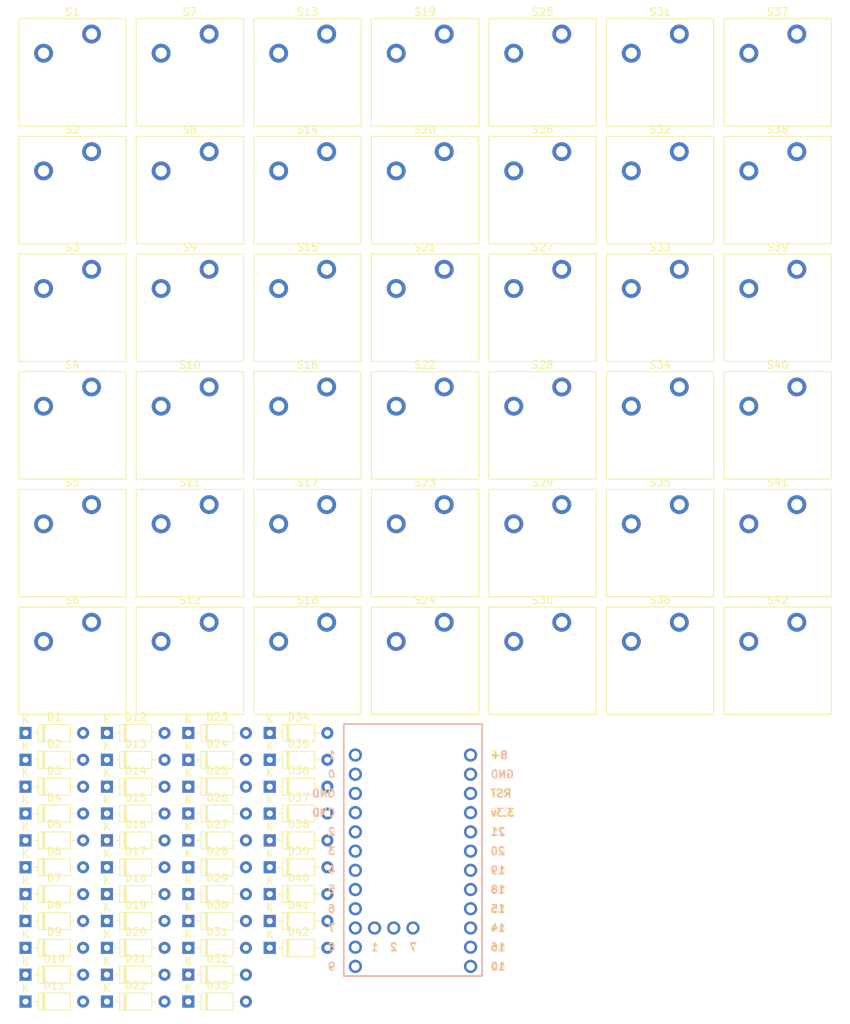
<source format=kicad_pcb>
(kicad_pcb (version 20240108) (generator "pcbnew") (generator_version "8.0")
  (layers (0 "F.Cu" signal) (31 "B.Cu" signal) (34 "B.Paste" user) (35 "F.Paste" user) (36 "B.SilkS" user "B.Silkscreen") (37 "F.SilkS" user "F.Silkscreen") (38 "B.Mask" user) (39 "F.Mask" user) (44 "Edge.Cuts" user))
  (net 0 "")
  (net 1 "ROW 0")
  (net 2 "Net-(D1-A)")
  (net 3 "Net-(D2-A)")
  (net 4 "Net-(D3-A)")
  (net 5 "Net-(D4-A)")
  (net 6 "Net-(D5-A)")
  (net 7 "Net-(D6-A)")
  (net 8 "Net-(D7-A)")
  (net 9 "Net-(D8-A)")
  (net 10 "ROW 1")
  (net 11 "Net-(D9-A)")
  (net 12 "Net-(D10-A)")
  (net 13 "Net-(D11-A)")
  (net 14 "Net-(D12-A)")
  (net 15 "Net-(D13-A)")
  (net 16 "Net-(D14-A)")
  (net 17 "Net-(D15-A)")
  (net 18 "ROW 2")
  (net 19 "Net-(D16-A)")
  (net 20 "Net-(D17-A)")
  (net 21 "Net-(D18-A)")
  (net 22 "Net-(D19-A)")
  (net 23 "Net-(D20-A)")
  (net 24 "Net-(D21-A)")
  (net 25 "ROW 3")
  (net 26 "Net-(D22-A)")
  (net 27 "Net-(D23-A)")
  (net 28 "Net-(D24-A)")
  (net 29 "Net-(D25-A)")
  (net 30 "Net-(D26-A)")
  (net 31 "Net-(D27-A)")
  (net 32 "Net-(D28-A)")
  (net 33 "Net-(D29-A)")
  (net 34 "ROW 4")
  (net 35 "Net-(D30-A)")
  (net 36 "Net-(D31-A)")
  (net 37 "Net-(D32-A)")
  (net 38 "Net-(D33-A)")
  (net 39 "Net-(D34-A)")
  (net 40 "Net-(D35-A)")
  (net 41 "ROW 5")
  (net 42 "Net-(D36-A)")
  (net 43 "Net-(D37-A)")
  (net 44 "Net-(D38-A)")
  (net 45 "Net-(D39-A)")
  (net 46 "Net-(D40-A)")
  (net 47 "Net-(D41-A)")
  (net 48 "Net-(D42-A)")
  (net 49 "COLUMN 0")
  (net 50 "COLUMN 1")
  (net 51 "COLUMN 2")
  (net 52 "COLUMN 3")
  (net 53 "COLUMN 4")
  (net 54 "COLUMN 5")
  (net 55 "COLUMN 6")
  (net 56 "GND")
  (net 57 "SDA")
  (net 58 "SLA")
  (net 61 "RAW")
  (net 65 "RST")
  (net 67 "VCC")
  (footprint "ScottoKeebs_MX:MX_PCB_1.00u" (layer "F.Cu") (at 110.32 75.9)
    (property "Reference" "S28" (at 0 -8 0) (layer "F.SilkS"))
    (property "Value" "Keyswitch")
    (pad "" np_thru_hole circle (at -5.08 0) (size 1.75 1.75) (drill 1.75) (layers "*.Cu" "*.Mask"))
    (pad "" np_thru_hole circle (at 0 0) (size 4 4) (drill 4) (layers "*.Cu" "*.Mask"))
    (pad "" np_thru_hole circle (at 5.08 0) (size 1.75 1.75) (drill 1.75) (layers "*.Cu" "*.Mask"))
    (pad "1" thru_hole circle (at -3.81 -2.54) (size 2.5 2.5) (drill 1.5) (layers "*.Cu" "*.Mask") (net 55 "COLUMN 6"))
    (pad "2" thru_hole circle (at 2.54 -5.08) (size 2.5 2.5) (drill 1.5) (layers "*.Cu" "*.Mask") (net 32 "Net-(D28-A)"))
  )
  (footprint "ScottoKeebs_Components:Diode_DO-35" (layer "F.Cu") (at 63.46 120.1)
    (property "Reference" "D24" (at 3.81 -2.12 0) (layer "F.SilkS"))
    (property "Value" "Diode")
    (fp_text user "K" (at 0 -1.8 0) (layer "F.SilkS"))
    (pad "1" thru_hole rect (at 0 0) (size 1.6 1.6) (drill 0.8) (layers "*.Cu" "*.Mask") (net 25 "ROW 3"))
    (pad "2" thru_hole oval (at 7.62 0) (size 1.6 1.6) (drill 0.8) (layers "*.Cu" "*.Mask") (net 28 "Net-(D24-A)"))
  )
  (footprint "ScottoKeebs_Components:Diode_DO-35" (layer "F.Cu") (at 52.69 141.4)
    (property "Reference" "D19" (at 3.81 -2.12 0) (layer "F.SilkS"))
    (property "Value" "Diode")
    (fp_text user "K" (at 0 -1.8 0) (layer "F.SilkS"))
    (pad "1" thru_hole rect (at 0 0) (size 1.6 1.6) (drill 0.8) (layers "*.Cu" "*.Mask") (net 18 "ROW 2"))
    (pad "2" thru_hole oval (at 7.62 0) (size 1.6 1.6) (drill 0.8) (layers "*.Cu" "*.Mask") (net 22 "Net-(D19-A)"))
  )
  (footprint "ScottoKeebs_Components:Diode_DO-35" (layer "F.Cu") (at 41.92 141.4)
    (property "Reference" "D8" (at 3.81 -2.12 0) (layer "F.SilkS"))
    (property "Value" "Diode")
    (fp_text user "K" (at 0 -1.8 0) (layer "F.SilkS"))
    (pad "1" thru_hole rect (at 0 0) (size 1.6 1.6) (drill 0.8) (layers "*.Cu" "*.Mask") (net 10 "ROW 1"))
    (pad "2" thru_hole oval (at 7.62 0) (size 1.6 1.6) (drill 0.8) (layers "*.Cu" "*.Mask") (net 9 "Net-(D8-A)"))
  )
  (footprint "ScottoKeebs_MX:MX_PCB_1.00u" (layer "F.Cu") (at 48.12 107)
    (property "Reference" "S6" (at 0 -8 0) (layer "F.SilkS"))
    (property "Value" "Keyswitch")
    (pad "" np_thru_hole circle (at -5.08 0) (size 1.75 1.75) (drill 1.75) (layers "*.Cu" "*.Mask"))
    (pad "" np_thru_hole circle (at 0 0) (size 4 4) (drill 4) (layers "*.Cu" "*.Mask"))
    (pad "" np_thru_hole circle (at 5.08 0) (size 1.75 1.75) (drill 1.75) (layers "*.Cu" "*.Mask"))
    (pad "1" thru_hole circle (at -3.81 -2.54) (size 2.5 2.5) (drill 1.5) (layers "*.Cu" "*.Mask") (net 54 "COLUMN 5"))
    (pad "2" thru_hole circle (at 2.54 -5.08) (size 2.5 2.5) (drill 1.5) (layers "*.Cu" "*.Mask") (net 7 "Net-(D6-A)"))
  )
  (footprint "ScottoKeebs_Components:Diode_DO-35" (layer "F.Cu") (at 74.23 127.2)
    (property "Reference" "D37" (at 3.81 -2.12 0) (layer "F.SilkS"))
    (property "Value" "Diode")
    (fp_text user "K" (at 0 -1.8 0) (layer "F.SilkS"))
    (pad "1" thru_hole rect (at 0 0) (size 1.6 1.6) (drill 0.8) (layers "*.Cu" "*.Mask") (net 41 "ROW 5"))
    (pad "2" thru_hole oval (at 7.62 0) (size 1.6 1.6) (drill 0.8) (layers "*.Cu" "*.Mask") (net 43 "Net-(D37-A)"))
  )
  (footprint "ScottoKeebs_Components:Diode_DO-35" (layer "F.Cu") (at 52.69 137.85)
    (property "Reference" "D18" (at 3.81 -2.12 0) (layer "F.SilkS"))
    (property "Value" "Diode")
    (fp_text user "K" (at 0 -1.8 0) (layer "F.SilkS"))
    (pad "1" thru_hole rect (at 0 0) (size 1.6 1.6) (drill 0.8) (layers "*.Cu" "*.Mask") (net 18 "ROW 2"))
    (pad "2" thru_hole oval (at 7.62 0) (size 1.6 1.6) (drill 0.8) (layers "*.Cu" "*.Mask") (net 21 "Net-(D18-A)"))
  )
  (footprint "ScottoKeebs_Components:Diode_DO-35" (layer "F.Cu") (at 52.69 152.05)
    (property "Reference" "D22" (at 3.81 -2.12 0) (layer "F.SilkS"))
    (property "Value" "Diode")
    (fp_text user "K" (at 0 -1.8 0) (layer "F.SilkS"))
    (pad "1" thru_hole rect (at 0 0) (size 1.6 1.6) (drill 0.8) (layers "*.Cu" "*.Mask") (net 25 "ROW 3"))
    (pad "2" thru_hole oval (at 7.62 0) (size 1.6 1.6) (drill 0.8) (layers "*.Cu" "*.Mask") (net 26 "Net-(D22-A)"))
  )
  (footprint "ScottoKeebs_MX:MX_PCB_1.00u" (layer "F.Cu") (at 94.77 29.25)
    (property "Reference" "S19" (at 0 -8 0) (layer "F.SilkS"))
    (property "Value" "Keyswitch")
    (pad "" np_thru_hole circle (at -5.08 0) (size 1.75 1.75) (drill 1.75) (layers "*.Cu" "*.Mask"))
    (pad "" np_thru_hole circle (at 0 0) (size 4 4) (drill 4) (layers "*.Cu" "*.Mask"))
    (pad "" np_thru_hole circle (at 5.08 0) (size 1.75 1.75) (drill 1.75) (layers "*.Cu" "*.Mask"))
    (pad "1" thru_hole circle (at -3.81 -2.54) (size 2.5 2.5) (drill 1.5) (layers "*.Cu" "*.Mask") (net 53 "COLUMN 4"))
    (pad "2" thru_hole circle (at 2.54 -5.08) (size 2.5 2.5) (drill 1.5) (layers "*.Cu" "*.Mask") (net 22 "Net-(D19-A)"))
  )
  (footprint "ScottoKeebs_Components:Diode_DO-35" (layer "F.Cu") (at 52.69 116.55)
    (property "Reference" "D12" (at 3.81 -2.12 0) (layer "F.SilkS"))
    (property "Value" "Diode")
    (fp_text user "K" (at 0 -1.8 0) (layer "F.SilkS"))
    (pad "1" thru_hole rect (at 0 0) (size 1.6 1.6) (drill 0.8) (layers "*.Cu" "*.Mask") (net 10 "ROW 1"))
    (pad "2" thru_hole oval (at 7.62 0) (size 1.6 1.6) (drill 0.8) (layers "*.Cu" "*.Mask") (net 14 "Net-(D12-A)"))
  )
  (footprint "ScottoKeebs_Components:Diode_DO-35" (layer "F.Cu") (at 41.92 144.95)
    (property "Reference" "D9" (at 3.81 -2.12 0) (layer "F.SilkS"))
    (property "Value" "Diode")
    (fp_text user "K" (at 0 -1.8 0) (layer "F.SilkS"))
    (pad "1" thru_hole rect (at 0 0) (size 1.6 1.6) (drill 0.8) (layers "*.Cu" "*.Mask") (net 10 "ROW 1"))
    (pad "2" thru_hole oval (at 7.62 0) (size 1.6 1.6) (drill 0.8) (layers "*.Cu" "*.Mask") (net 11 "Net-(D9-A)"))
  )
  (footprint "ScottoKeebs_Components:Diode_DO-35" (layer "F.Cu") (at 74.23 144.95)
    (property "Reference" "D42" (at 3.81 -2.12 0) (layer "F.SilkS"))
    (property "Value" "Diode")
    (fp_text user "K" (at 0 -1.8 0) (layer "F.SilkS"))
    (pad "1" thru_hole rect (at 0 0) (size 1.6 1.6) (drill 0.8) (layers "*.Cu" "*.Mask") (net 41 "ROW 5"))
    (pad "2" thru_hole oval (at 7.62 0) (size 1.6 1.6) (drill 0.8) (layers "*.Cu" "*.Mask") (net 48 "Net-(D42-A)"))
  )
  (footprint "ScottoKeebs_Components:Diode_DO-35" (layer "F.Cu") (at 41.92 120.1)
    (property "Reference" "D2" (at 3.81 -2.12 0) (layer "F.SilkS"))
    (property "Value" "Diode")
    (fp_text user "K" (at 0 -1.8 0) (layer "F.SilkS"))
    (pad "1" thru_hole rect (at 0 0) (size 1.6 1.6) (drill 0.8) (layers "*.Cu" "*.Mask") (net 1 "ROW 0"))
    (pad "2" thru_hole oval (at 7.62 0) (size 1.6 1.6) (drill 0.8) (layers "*.Cu" "*.Mask") (net 3 "Net-(D2-A)"))
  )
  (footprint "ScottoKeebs_MX:MX_PCB_1.00u" (layer "F.Cu") (at 110.32 29.25)
    (property "Reference" "S25" (at 0 -8 0) (layer "F.SilkS"))
    (property "Value" "Keyswitch")
    (pad "" np_thru_hole circle (at -5.08 0) (size 1.75 1.75) (drill 1.75) (layers "*.Cu" "*.Mask"))
    (pad "" np_thru_hole circle (at 0 0) (size 4 4) (drill 4) (layers "*.Cu" "*.Mask"))
    (pad "" np_thru_hole circle (at 5.08 0) (size 1.75 1.75) (drill 1.75) (layers "*.Cu" "*.Mask"))
    (pad "1" thru_hole circle (at -3.81 -2.54) (size 2.5 2.5) (drill 1.5) (layers "*.Cu" "*.Mask") (net 52 "COLUMN 3"))
    (pad "2" thru_hole circle (at 2.54 -5.08) (size 2.5 2.5) (drill 1.5) (layers "*.Cu" "*.Mask") (net 29 "Net-(D25-A)"))
  )
  (footprint "ScottoKeebs_Components:Diode_DO-35" (layer "F.Cu") (at 41.92 116.55)
    (property "Reference" "D1" (at 3.81 -2.12 0) (layer "F.SilkS"))
    (property "Value" "Diode")
    (fp_text user "K" (at 0 -1.8 0) (layer "F.SilkS"))
    (pad "1" thru_hole rect (at 0 0) (size 1.6 1.6) (drill 0.8) (layers "*.Cu" "*.Mask") (net 1 "ROW 0"))
    (pad "2" thru_hole oval (at 7.62 0) (size 1.6 1.6) (drill 0.8) (layers "*.Cu" "*.Mask") (net 2 "Net-(D1-A)"))
  )
  (footprint "ScottoKeebs_Components:Diode_DO-35" (layer "F.Cu") (at 63.46 123.65)
    (property "Reference" "D25" (at 3.81 -2.12 0) (layer "F.SilkS"))
    (property "Value" "Diode")
    (fp_text user "K" (at 0 -1.8 0) (layer "F.SilkS"))
    (pad "1" thru_hole rect (at 0 0) (size 1.6 1.6) (drill 0.8) (layers "*.Cu" "*.Mask") (net 25 "ROW 3"))
    (pad "2" thru_hole oval (at 7.62 0) (size 1.6 1.6) (drill 0.8) (layers "*.Cu" "*.Mask") (net 29 "Net-(D25-A)"))
  )
  (footprint "ScottoKeebs_Components:Diode_DO-35" (layer "F.Cu") (at 63.46 127.2)
    (property "Reference" "D26" (at 3.81 -2.12 0) (layer "F.SilkS"))
    (property "Value" "Diode")
    (fp_text user "K" (at 0 -1.8 0) (layer "F.SilkS"))
    (pad "1" thru_hole rect (at 0 0) (size 1.6 1.6) (drill 0.8) (layers "*.Cu" "*.Mask") (net 25 "ROW 3"))
    (pad "2" thru_hole oval (at 7.62 0) (size 1.6 1.6) (drill 0.8) (layers "*.Cu" "*.Mask") (net 30 "Net-(D26-A)"))
  )
  (footprint "ScottoKeebs_MX:MX_PCB_1.00u" (layer "F.Cu") (at 63.67 107)
    (property "Reference" "S12" (at 0 -8 0) (layer "F.SilkS"))
    (property "Value" "Keyswitch")
    (pad "" np_thru_hole circle (at -5.08 0) (size 1.75 1.75) (drill 1.75) (layers "*.Cu" "*.Mask"))
    (pad "" np_thru_hole circle (at 0 0) (size 4 4) (drill 4) (layers "*.Cu" "*.Mask"))
    (pad "" np_thru_hole circle (at 5.08 0) (size 1.75 1.75) (drill 1.75) (layers "*.Cu" "*.Mask"))
    (pad "1" thru_hole circle (at -3.81 -2.54) (size 2.5 2.5) (drill 1.5) (layers "*.Cu" "*.Mask") (net 53 "COLUMN 4"))
    (pad "2" thru_hole circle (at 2.54 -5.08) (size 2.5 2.5) (drill 1.5) (layers "*.Cu" "*.Mask") (net 14 "Net-(D12-A)"))
  )
  (footprint "ScottoKeebs_MX:MX_PCB_1.00u" (layer "F.Cu") (at 94.77 107)
    (property "Reference" "S24" (at 0 -8 0) (layer "F.SilkS"))
    (property "Value" "Keyswitch")
    (pad "" np_thru_hole circle (at -5.08 0) (size 1.75 1.75) (drill 1.75) (layers "*.Cu" "*.Mask"))
    (pad "" np_thru_hole circle (at 0 0) (size 4 4) (drill 4) (layers "*.Cu" "*.Mask"))
    (pad "" np_thru_hole circle (at 5.08 0) (size 1.75 1.75) (drill 1.75) (layers "*.Cu" "*.Mask"))
    (pad "1" thru_hole circle (at -3.81 -2.54) (size 2.5 2.5) (drill 1.5) (layers "*.Cu" "*.Mask") (net 51 "COLUMN 2"))
    (pad "2" thru_hole circle (at 2.54 -5.08) (size 2.5 2.5) (drill 1.5) (layers "*.Cu" "*.Mask") (net 28 "Net-(D24-A)"))
  )
  (footprint "ScottoKeebs_MX:MX_PCB_1.00u" (layer "F.Cu") (at 48.12 44.8)
    (property "Reference" "S2" (at 0 -8 0) (layer "F.SilkS"))
    (property "Value" "Keyswitch")
    (pad "" np_thru_hole circle (at -5.08 0) (size 1.75 1.75) (drill 1.75) (layers "*.Cu" "*.Mask"))
    (pad "" np_thru_hole circle (at 0 0) (size 4 4) (drill 4) (layers "*.Cu" "*.Mask"))
    (pad "" np_thru_hole circle (at 5.08 0) (size 1.75 1.75) (drill 1.75) (layers "*.Cu" "*.Mask"))
    (pad "1" thru_hole circle (at -3.81 -2.54) (size 2.5 2.5) (drill 1.5) (layers "*.Cu" "*.Mask") (net 50 "COLUMN 1"))
    (pad "2" thru_hole circle (at 2.54 -5.08) (size 2.5 2.5) (drill 1.5) (layers "*.Cu" "*.Mask") (net 3 "Net-(D2-A)"))
  )
  (footprint "ScottoKeebs_MX:MX_PCB_1.00u" (layer "F.Cu") (at 110.32 60.35)
    (property "Reference" "S27" (at 0 -8 0) (layer "F.SilkS"))
    (property "Value" "Keyswitch")
    (pad "" np_thru_hole circle (at -5.08 0) (size 1.75 1.75) (drill 1.75) (layers "*.Cu" "*.Mask"))
    (pad "" np_thru_hole circle (at 0 0) (size 4 4) (drill 4) (layers "*.Cu" "*.Mask"))
    (pad "" np_thru_hole circle (at 5.08 0) (size 1.75 1.75) (drill 1.75) (layers "*.Cu" "*.Mask"))
    (pad "1" thru_hole circle (at -3.81 -2.54) (size 2.5 2.5) (drill 1.5) (layers "*.Cu" "*.Mask") (net 54 "COLUMN 5"))
    (pad "2" thru_hole circle (at 2.54 -5.08) (size 2.5 2.5) (drill 1.5) (layers "*.Cu" "*.Mask") (net 31 "Net-(D27-A)"))
  )
  (footprint "ScottoKeebs_MX:MX_PCB_1.00u" (layer "F.Cu") (at 125.87 44.8)
    (property "Reference" "S32" (at 0 -8 0) (layer "F.SilkS"))
    (property "Value" "Keyswitch")
    (pad "" np_thru_hole circle (at -5.08 0) (size 1.75 1.75) (drill 1.75) (layers "*.Cu" "*.Mask"))
    (pad "" np_thru_hole circle (at 0 0) (size 4 4) (drill 4) (layers "*.Cu" "*.Mask"))
    (pad "" np_thru_hole circle (at 5.08 0) (size 1.75 1.75) (drill 1.75) (layers "*.Cu" "*.Mask"))
    (pad "1" thru_hole circle (at -3.81 -2.54) (size 2.5 2.5) (drill 1.5) (layers "*.Cu" "*.Mask") (net 52 "COLUMN 3"))
    (pad "2" thru_hole circle (at 2.54 -5.08) (size 2.5 2.5) (drill 1.5) (layers "*.Cu" "*.Mask") (net 37 "Net-(D32-A)"))
  )
  (footprint "ScottoKeebs_MX:MX_PCB_1.00u" (layer "F.Cu") (at 63.67 91.45)
    (property "Reference" "S11" (at 0 -8 0) (layer "F.SilkS"))
    (property "Value" "Keyswitch")
    (pad "" np_thru_hole circle (at -5.08 0) (size 1.75 1.75) (drill 1.75) (layers "*.Cu" "*.Mask"))
    (pad "" np_thru_hole circle (at 0 0) (size 4 4) (drill 4) (layers "*.Cu" "*.Mask"))
    (pad "" np_thru_hole circle (at 5.08 0) (size 1.75 1.75) (drill 1.75) (layers "*.Cu" "*.Mask"))
    (pad "1" thru_hole circle (at -3.81 -2.54) (size 2.5 2.5) (drill 1.5) (layers "*.Cu" "*.Mask") (net 52 "COLUMN 3"))
    (pad "2" thru_hole circle (at 2.54 -5.08) (size 2.5 2.5) (drill 1.5) (layers "*.Cu" "*.Mask") (net 13 "Net-(D11-A)"))
  )
  (footprint "ScottoKeebs_MX:MX_PCB_1.00u" (layer "F.Cu") (at 79.22 91.45)
    (property "Reference" "S17" (at 0 -8 0) (layer "F.SilkS"))
    (property "Value" "Keyswitch")
    (pad "" np_thru_hole circle (at -5.08 0) (size 1.75 1.75) (drill 1.75) (layers "*.Cu" "*.Mask"))
    (pad "" np_thru_hole circle (at 0 0) (size 4 4) (drill 4) (layers "*.Cu" "*.Mask"))
    (pad "" np_thru_hole circle (at 5.08 0) (size 1.75 1.75) (drill 1.75) (layers "*.Cu" "*.Mask"))
    (pad "1" thru_hole circle (at -3.81 -2.54) (size 2.5 2.5) (drill 1.5) (layers "*.Cu" "*.Mask") (net 51 "COLUMN 2"))
    (pad "2" thru_hole circle (at 2.54 -5.08) (size 2.5 2.5) (drill 1.5) (layers "*.Cu" "*.Mask") (net 20 "Net-(D17-A)"))
  )
  (footprint "ScottoKeebs_MX:MX_PCB_1.00u" (layer "F.Cu") (at 48.12 29.25)
    (property "Reference" "S1" (at 0 -8 0) (layer "F.SilkS"))
    (property "Value" "Keyswitch")
    (pad "" np_thru_hole circle (at -5.08 0) (size 1.75 1.75) (drill 1.75) (layers "*.Cu" "*.Mask"))
    (pad "" np_thru_hole circle (at 0 0) (size 4 4) (drill 4) (layers "*.Cu" "*.Mask"))
    (pad "" np_thru_hole circle (at 5.08 0) (size 1.75 1.75) (drill 1.75) (layers "*.Cu" "*.Mask"))
    (pad "1" thru_hole circle (at -3.81 -2.54) (size 2.5 2.5) (drill 1.5) (layers "*.Cu" "*.Mask") (net 49 "COLUMN 0"))
    (pad "2" thru_hole circle (at 2.54 -5.08) (size 2.5 2.5) (drill 1.5) (layers "*.Cu" "*.Mask") (net 2 "Net-(D1-A)"))
  )
  (footprint "ScottoKeebs_Components:Diode_DO-35" (layer "F.Cu") (at 74.23 137.85)
    (property "Reference" "D40" (at 3.81 -2.12 0) (layer "F.SilkS"))
    (property "Value" "Diode")
    (fp_text user "K" (at 0 -1.8 0) (layer "F.SilkS"))
    (pad "1" thru_hole rect (at 0 0) (size 1.6 1.6) (drill 0.8) (layers "*.Cu" "*.Mask") (net 41 "ROW 5"))
    (pad "2" thru_hole oval (at 7.62 0) (size 1.6 1.6) (drill 0.8) (layers "*.Cu" "*.Mask") (net 46 "Net-(D40-A)"))
  )
  (footprint "ScottoKeebs_MX:MX_PCB_1.00u" (layer "F.Cu") (at 94.77 75.9)
    (property "Reference" "S22" (at 0 -8 0) (layer "F.SilkS"))
    (property "Value" "Keyswitch")
    (pad "" np_thru_hole circle (at -5.08 0) (size 1.75 1.75) (drill 1.75) (layers "*.Cu" "*.Mask"))
    (pad "" np_thru_hole circle (at 0 0) (size 4 4) (drill 4) (layers "*.Cu" "*.Mask"))
    (pad "" np_thru_hole circle (at 5.08 0) (size 1.75 1.75) (drill 1.75) (layers "*.Cu" "*.Mask"))
    (pad "1" thru_hole circle (at -3.81 -2.54) (size 2.5 2.5) (drill 1.5) (layers "*.Cu" "*.Mask") (net 49 "COLUMN 0"))
    (pad "2" thru_hole circle (at 2.54 -5.08) (size 2.5 2.5) (drill 1.5) (layers "*.Cu" "*.Mask") (net 26 "Net-(D22-A)"))
  )
  (footprint "ScottoKeebs_Components:Diode_DO-35" (layer "F.Cu") (at 74.23 120.1)
    (property "Reference" "D35" (at 3.81 -2.12 0) (layer "F.SilkS"))
    (property "Value" "Diode")
    (fp_text user "K" (at 0 -1.8 0) (layer "F.SilkS"))
    (pad "1" thru_hole rect (at 0 0) (size 1.6 1.6) (drill 0.8) (layers "*.Cu" "*.Mask") (net 34 "ROW 4"))
    (pad "2" thru_hole oval (at 7.62 0) (size 1.6 1.6) (drill 0.8) (layers "*.Cu" "*.Mask") (net 40 "Net-(D35-A)"))
  )
  (footprint "ScottoKeebs_Components:Diode_DO-35" (layer "F.Cu") (at 52.69 127.2)
    (property "Reference" "D15" (at 3.81 -2.12 0) (layer "F.SilkS"))
    (property "Value" "Diode")
    (fp_text user "K" (at 0 -1.8 0) (layer "F.SilkS"))
    (pad "1" thru_hole rect (at 0 0) (size 1.6 1.6) (drill 0.8) (layers "*.Cu" "*.Mask") (net 18 "ROW 2"))
    (pad "2" thru_hole oval (at 7.62 0) (size 1.6 1.6) (drill 0.8) (layers "*.Cu" "*.Mask") (net 17 "Net-(D15-A)"))
  )
  (footprint "ScottoKeebs_MX:MX_PCB_1.00u" (layer "F.Cu") (at 79.22 107)
    (property "Reference" "S18" (at 0 -8 0) (layer "F.SilkS"))
    (property "Value" "Keyswitch")
    (pad "" np_thru_hole circle (at -5.08 0) (size 1.75 1.75) (drill 1.75) (layers "*.Cu" "*.Mask"))
    (pad "" np_thru_hole circle (at 0 0) (size 4 4) (drill 4) (layers "*.Cu" "*.Mask"))
    (pad "" np_thru_hole circle (at 5.08 0) (size 1.75 1.75) (drill 1.75) (layers "*.Cu" "*.Mask"))
    (pad "1" thru_hole circle (at -3.81 -2.54) (size 2.5 2.5) (drill 1.5) (layers "*.Cu" "*.Mask") (net 52 "COLUMN 3"))
    (pad "2" thru_hole circle (at 2.54 -5.08) (size 2.5 2.5) (drill 1.5) (layers "*.Cu" "*.Mask") (net 21 "Net-(D18-A)"))
  )
  (footprint "ScottoKeebs_Components:Diode_DO-35" (layer "F.Cu") (at 52.69 134.3)
    (property "Reference" "D17" (at 3.81 -2.12 0) (layer "F.SilkS"))
    (property "Value" "Diode")
    (fp_text user "K" (at 0 -1.8 0) (layer "F.SilkS"))
    (pad "1" thru_hole rect (at 0 0) (size 1.6 1.6) (drill 0.8) (layers "*.Cu" "*.Mask") (net 18 "ROW 2"))
    (pad "2" thru_hole oval (at 7.62 0) (size 1.6 1.6) (drill 0.8) (layers "*.Cu" "*.Mask") (net 20 "Net-(D17-A)"))
  )
  (footprint "ScottoKeebs_MX:MX_PCB_1.00u" (layer "F.Cu") (at 94.77 91.45)
    (property "Reference" "S23" (at 0 -8 0) (layer "F.SilkS"))
    (property "Value" "Keyswitch")
    (pad "" np_thru_hole circle (at -5.08 0) (size 1.75 1.75) (drill 1.75) (layers "*.Cu" "*.Mask"))
    (pad "" np_thru_hole circle (at 0 0) (size 4 4) (drill 4) (layers "*.Cu" "*.Mask"))
    (pad "" np_thru_hole circle (at 5.08 0) (size 1.75 1.75) (drill 1.75) (layers "*.Cu" "*.Mask"))
    (pad "1" thru_hole circle (at -3.81 -2.54) (size 2.5 2.5) (drill 1.5) (layers "*.Cu" "*.Mask") (net 50 "COLUMN 1"))
    (pad "2" thru_hole circle (at 2.54 -5.08) (size 2.5 2.5) (drill 1.5) (layers "*.Cu" "*.Mask") (net 27 "Net-(D23-A)"))
  )
  (footprint "ScottoKeebs_MX:MX_PCB_1.00u" (layer "F.Cu") (at 48.12 60.35)
    (property "Reference" "S3" (at 0 -8 0) (layer "F.SilkS"))
    (property "Value" "Keyswitch")
    (pad "" np_thru_hole circle (at -5.08 0) (size 1.75 1.75) (drill 1.75) (layers "*.Cu" "*.Mask"))
    (pad "" np_thru_hole circle (at 0 0) (size 4 4) (drill 4) (layers "*.Cu" "*.Mask"))
    (pad "" np_thru_hole circle (at 5.08 0) (size 1.75 1.75) (drill 1.75) (layers "*.Cu" "*.Mask"))
    (pad "1" thru_hole circle (at -3.81 -2.54) (size 2.5 2.5) (drill 1.5) (layers "*.Cu" "*.Mask") (net 51 "COLUMN 2"))
    (pad "2" thru_hole circle (at 2.54 -5.08) (size 2.5 2.5) (drill 1.5) (layers "*.Cu" "*.Mask") (net 4 "Net-(D3-A)"))
  )
  (footprint "ScottoKeebs_MX:MX_PCB_1.00u" (layer "F.Cu") (at 141.42 91.45)
    (property "Reference" "S41" (at 0 -8 0) (layer "F.SilkS"))
    (property "Value" "Keyswitch")
    (pad "" np_thru_hole circle (at -5.08 0) (size 1.75 1.75) (drill 1.75) (layers "*.Cu" "*.Mask"))
    (pad "" np_thru_hole circle (at 0 0) (size 4 4) (drill 4) (layers "*.Cu" "*.Mask"))
    (pad "" np_thru_hole circle (at 5.08 0) (size 1.75 1.75) (drill 1.75) (layers "*.Cu" "*.Mask"))
    (pad "1" thru_hole circle (at -3.81 -2.54) (size 2.5 2.5) (drill 1.5) (layers "*.Cu" "*.Mask") (net 54 "COLUMN 5"))
    (pad "2" thru_hole circle (at 2.54 -5.08) (size 2.5 2.5) (drill 1.5) (layers "*.Cu" "*.Mask") (net 47 "Net-(D41-A)"))
  )
  (footprint "ScottoKeebs_Components:Diode_DO-35" (layer "F.Cu") (at 63.46 141.4)
    (property "Reference" "D30" (at 3.81 -2.12 0) (layer "F.SilkS"))
    (property "Value" "Diode")
    (fp_text user "K" (at 0 -1.8 0) (layer "F.SilkS"))
    (pad "1" thru_hole rect (at 0 0) (size 1.6 1.6) (drill 0.8) (layers "*.Cu" "*.Mask") (net 34 "ROW 4"))
    (pad "2" thru_hole oval (at 7.62 0) (size 1.6 1.6) (drill 0.8) (layers "*.Cu" "*.Mask") (net 35 "Net-(D30-A)"))
  )
  (footprint "ScottoKeebs_Components:Diode_DO-35" (layer "F.Cu") (at 74.23 116.55)
    (property "Reference" "D34" (at 3.81 -2.12 0) (layer "F.SilkS"))
    (property "Value" "Diode")
    (fp_text user "K" (at 0 -1.8 0) (layer "F.SilkS"))
    (pad "1" thru_hole rect (at 0 0) (size 1.6 1.6) (drill 0.8) (layers "*.Cu" "*.Mask") (net 34 "ROW 4"))
    (pad "2" thru_hole oval (at 7.62 0) (size 1.6 1.6) (drill 0.8) (layers "*.Cu" "*.Mask") (net 39 "Net-(D34-A)"))
  )
  (footprint "ScottoKeebs_MX:MX_PCB_1.00u" (layer "F.Cu") (at 48.12 91.45)
    (property "Reference" "S5" (at 0 -8 0) (layer "F.SilkS"))
    (property "Value" "Keyswitch")
    (pad "" np_thru_hole circle (at -5.08 0) (size 1.75 1.75) (drill 1.75) (layers "*.Cu" "*.Mask"))
    (pad "" np_thru_hole circle (at 0 0) (size 4 4) (drill 4) (layers "*.Cu" "*.Mask"))
    (pad "" np_thru_hole circle (at 5.08 0) (size 1.75 1.75) (drill 1.75) (layers "*.Cu" "*.Mask"))
    (pad "1" thru_hole circle (at -3.81 -2.54) (size 2.5 2.5) (drill 1.5) (layers "*.Cu" "*.Mask") (net 53 "COLUMN 4"))
    (pad "2" thru_hole circle (at 2.54 -5.08) (size 2.5 2.5) (drill 1.5) (layers "*.Cu" "*.Mask") (net 6 "Net-(D5-A)"))
  )
  (footprint "ScottoKeebs_MX:MX_PCB_1.00u" (layer "F.Cu") (at 63.67 29.25)
    (property "Reference" "S7" (at 0 -8 0) (layer "F.SilkS"))
    (property "Value" "Keyswitch")
    (pad "" np_thru_hole circle (at -5.08 0) (size 1.75 1.75) (drill 1.75) (layers "*.Cu" "*.Mask"))
    (pad "" np_thru_hole circle (at 0 0) (size 4 4) (drill 4) (layers "*.Cu" "*.Mask"))
    (pad "" np_thru_hole circle (at 5.08 0) (size 1.75 1.75) (drill 1.75) (layers "*.Cu" "*.Mask"))
    (pad "1" thru_hole circle (at -3.81 -2.54) (size 2.5 2.5) (drill 1.5) (layers "*.Cu" "*.Mask") (net 55 "COLUMN 6"))
    (pad "2" thru_hole circle (at 2.54 -5.08) (size 2.5 2.5) (drill 1.5) (layers "*.Cu" "*.Mask") (net 8 "Net-(D7-A)"))
  )
  (footprint "ScottoKeebs_Components:Diode_DO-35" (layer "F.Cu") (at 74.23 134.3)
    (property "Reference" "D39" (at 3.81 -2.12 0) (layer "F.SilkS"))
    (property "Value" "Diode")
    (fp_text user "K" (at 0 -1.8 0) (layer "F.SilkS"))
    (pad "1" thru_hole rect (at 0 0) (size 1.6 1.6) (drill 0.8) (layers "*.Cu" "*.Mask") (net 41 "ROW 5"))
    (pad "2" thru_hole oval (at 7.62 0) (size 1.6 1.6) (drill 0.8) (layers "*.Cu" "*.Mask") (net 45 "Net-(D39-A)"))
  )
  (footprint "ScottoKeebs_MX:MX_PCB_1.00u" (layer "F.Cu") (at 110.32 44.8)
    (property "Reference" "S26" (at 0 -8 0) (layer "F.SilkS"))
    (property "Value" "Keyswitch")
    (pad "" np_thru_hole circle (at -5.08 0) (size 1.75 1.75) (drill 1.75) (layers "*.Cu" "*.Mask"))
    (pad "" np_thru_hole circle (at 0 0) (size 4 4) (drill 4) (layers "*.Cu" "*.Mask"))
    (pad "" np_thru_hole circle (at 5.08 0) (size 1.75 1.75) (drill 1.75) (layers "*.Cu" "*.Mask"))
    (pad "1" thru_hole circle (at -3.81 -2.54) (size 2.5 2.5) (drill 1.5) (layers "*.Cu" "*.Mask") (net 53 "COLUMN 4"))
    (pad "2" thru_hole circle (at 2.54 -5.08) (size 2.5 2.5) (drill 1.5) (layers "*.Cu" "*.Mask") (net 30 "Net-(D26-A)"))
  )
  (footprint "ScottoKeebs_MCU:Nice_Nano_V2" (layer "F.Cu") (at 93.175 133.155)
    (property "Reference" "U1" (hide yes))
    (property "Value" "Nice_Nano_V2" (hide yes))
    (fp_text user "3.3v" (at 10.16 -6.07 0) (layer "B.SilkS") (effects (font (thickness 0.2) (bold yes)) (justify right mirror)))
    (fp_text user "1" (at -10.16 -13.69 0) (layer "B.SilkS") (effects (font (thickness 0.2) (bold yes)) (justify left mirror)))
    (fp_text user "2" (at -2.54 11.71 0) (layer "B.SilkS") (effects (font (thickness 0.2) (bold yes)) (justify mirror)))
    (fp_text user "14" (at 10.16 9.17 0) (layer "B.SilkS") (effects (font (thickness 0.2) (bold yes)) (justify right mirror)))
    (fp_text user "20" (at 10.16 -0.99 0) (layer "B.SilkS") (effects (font (thickness 0.2) (bold yes)) (justify right mirror)))
    (fp_text user "16" (at 10.16 11.71 0) (layer "B.SilkS") (effects (font (thickness 0.2) (bold yes)) (justify right mirror)))
    (fp_text user "GND" (at -10.16 -8.61 0) (layer "B.SilkS") (effects (font (thickness 0.2) (bold yes)) (justify left mirror)))
    (fp_text user "8" (at -10.16 11.71 0) (layer "B.SilkS") (effects (font (thickness 0.2) (bold yes)) (justify left mirror)))
    (fp_text user "10" (at 10.16 14.25 0) (layer "B.SilkS") (effects (font (thickness 0.2) (bold yes)) (justify right mirror)))
    (fp_text user "GND" (at 10.16 -11.15 0) (layer "B.SilkS") (effects (font (thickness 0.2) (bold yes)) (justify right mirror)))
    (fp_text user "3" (at -10.16 -0.99 0) (layer "B.SilkS") (effects (font (thickness 0.2) (bold yes)) (justify left mirror)))
    (fp_text user "7" (at 0 11.709998 0) (layer "B.SilkS") (effects (font (thickness 0.2) (bold yes)) (justify mirror)))
    (fp_text user "4" (at -10.16 1.55 0) (layer "B.SilkS") (effects (font (thickness 0.2) (bold yes)) (justify left mirror)))
    (fp_text user "19" (at 10.16 1.55 0) (layer "B.SilkS") (effects (font (thickness 0.2) (bold yes)) (justify right mirror)))
    (fp_text user "21" (at 10.16 -3.53 0) (layer "B.SilkS") (effects (font (thickness 0.2) (bold yes)) (justify right mirror)))
    (fp_text user "15" (at 10.16 6.63 0) (layer "B.SilkS") (effects (font (thickness 0.2) (bold yes)) (justify right mirror)))
    (fp_text user "5" (at -10.16 4.09 0) (layer "B.SilkS") (effects (font (thickness 0.2) (bold yes)) (justify left mirror)))
    (fp_text user "7" (at -10.16 9.17 0) (layer "B.SilkS") (effects (font (thickness 0.2) (bold yes)) (justify left mirror)))
    (fp_text user "RST" (at 10.16 -8.61 0) (layer "B.SilkS") (effects (font (thickness 0.2) (bold yes)) (justify right mirror)))
    (fp_text user "B+" (at 10.16 -13.69 0) (layer "B.SilkS") (effects (font (thickness 0.2) (bold yes)) (justify right mirror)))
    (fp_text user "0" (at -10.16 -11.15 0) (layer "B.SilkS") (effects (font (thickness 0.2) (bold yes)) (justify left mirror)))
    (fp_text user "1" (at -5.08 11.71 0) (layer "B.SilkS") (effects (font (thickness 0.2) (bold yes)) (justify mirror)))
    (fp_text user "18" (at 10.16 4.09 0) (layer "B.SilkS") (effects (font (thickness 0.2) (bold yes)) (justify right mirror)))
    (fp_text user "6" (at -10.16 6.63 0) (layer "B.SilkS") (effects (font (thickness 0.2) (bold yes)) (justify left mirror)))
    (fp_text user "GND" (at -10.16 -6.07 0) (layer "B.SilkS") (effects (font (thickness 0.2) (bold yes)) (justify left mirror)))
    (fp_text user "2" (at -10.16 -3.53 0) (layer "B.SilkS") (effects (font (thickness 0.2) (bold yes)) (justify left mirror)))
    (fp_text user "9" (at -10.16 14.25 0) (layer "B.SilkS") (effects (font (thickness 0.2) (bold yes)) (justify left mirror)))
    (fp_text user "3.3v" (at 10.16 -6.07 0) (layer "F.SilkS") (effects (font (thickness 0.2) (bold yes)) (justify left)))
    (fp_text user "18" (at 10.16 4.09 0) (layer "F.SilkS") (effects (font (thickness 0.2) (bold yes)) (justify left)))
    (fp_text user "B+" (at 10.16 -13.69 0) (layer "F.SilkS") (effects (font (thickness 0.2) (bold yes)) (justify left)))
    (fp_text user "2" (at -2.54 11.71 0) (layer "F.SilkS") (effects (font (thickness 0.2) (bold yes))))
    (fp_text user "1" (at -10.16 -13.69 0) (layer "F.SilkS") (effects (font (thickness 0.2) (bold yes)) (justify right)))
    (fp_text user "2" (at -10.16 -3.53 0) (layer "F.SilkS") (effects (font (thickness 0.2) (bold yes)) (justify right)))
    (fp_text user "7" (at -10.16 9.17 0) (layer "F.SilkS") (effects (font (thickness 0.2) (bold yes)) (justify right)))
    (fp_text user "6" (at -10.16 6.63 0) (layer "F.SilkS") (effects (font (thickness 0.2) (bold yes)) (justify right)))
    (fp_text user "GND" (at -10.16 -6.07 0) (layer "F.SilkS") (effects (font (thickness 0.2) (bold yes)) (justify right)))
    (fp_text user "14" (at 10.16 9.17 0) (layer "F.SilkS") (effects (font (thickness 0.2) (bold yes)) (justify left)))
    (fp_text user "GND" (at 10.16 -11.15 0) (layer "F.SilkS") (effects (font (thickness 0.2) (bold yes)) (justify left)))
    (fp_text user "21" (at 10.16 -3.53 0) (layer "F.SilkS") (effects (font (thickness 0.2) (bold yes)) (justify left)))
    (fp_text user "3" (at -10.16 -0.99 0) (layer "F.SilkS") (effects (font (thickness 0.2) (bold yes)) (justify right)))
    (fp_text user "7" (at 0 11.709998 0) (layer "F.SilkS") (effects (font (thickness 0.2) (bold yes))))
    (fp_text user "GND" (at -10.16 -8.61 0) (layer "F.SilkS") (effects (font (thickness 0.2) (bold yes)) (justify right)))
    (fp_text user "20" (at 10.16 -0.99 0) (layer "F.SilkS") (effects (font (thickness 0.2) (bold yes)) (justify left)))
    (fp_text user "16" (at 10.16 11.71 0) (layer "F.SilkS") (effects (font (thickness 0.2) (bold yes)) (justify left)))
    (fp_text user "0" (at -10.16 -11.15 0) (layer "F.SilkS") (effects (font (thickness 0.2) (bold yes)) (justify right)))
    (fp_text user "9" (at -10.16 14.25 0) (layer "F.SilkS") (effects (font (thickness 0.2) (bold yes)) (justify right)))
    (fp_text user "19" (at 10.16 1.55 0) (layer "F.SilkS") (effects (font (thickness 0.2) (bold yes)) (justify left)))
    (fp_text user "4" (at -10.16 1.55 0) (layer "F.SilkS") (effects (font (thickness 0.2) (bold yes)) (justify right)))
    (fp_text user "RST" (at 10.16 -8.61 0) (layer "F.SilkS") (effects (font (thickness 0.2) (bold yes)) (justify left)))
    (fp_text user "5" (at -10.16 4.09 0) (layer "F.SilkS") (effects (font (thickness 0.2) (bold yes)) (justify right)))
    (fp_text user "10" (at 10.16 14.25 0) (layer "F.SilkS") (effects (font (thickness 0.2) (bold yes)) (justify left)))
    (fp_text user "8" (at -10.16 11.71 0) (layer "F.SilkS") (effects (font (thickness 0.2) (bold yes)) (justify right)))
    (fp_text user "15" (at 10.16 6.63 0) (layer "F.SilkS") (effects (font (thickness 0.2) (bold yes)) (justify left)))
    (fp_text user "1" (at -5.08 11.71 0) (layer "F.SilkS") (effects (font (thickness 0.2) (bold yes))))
    (pad "1" thru_hole circle (at -7.62 -13.69 270) (size 1.7526 1.7526) (drill 1.0922) (layers "*.Cu" "*.Mask"))
    (pad "2" thru_hole circle (at -7.62 -11.15 270) (size 1.7526 1.7526) (drill 1.0922) (layers "*.Cu" "*.Mask"))
    (pad "3" thru_hole circle (at -7.62 -8.61 270) (size 1.7526 1.7526) (drill 1.0922) (layers "*.Cu" "*.Mask") (net 56 "GND"))
    (pad "4" thru_hole circle (at -7.62 -6.07 270) (size 1.7526 1.7526) (drill 1.0922) (layers "*.Cu" "*.Mask") (net 56 "GND"))
    (pad "5" thru_hole circle (at -7.62 -3.53 270) (size 1.7526 1.7526) (drill 1.0922) (layers "*.Cu" "*.Mask") (net 49 "COLUMN 0"))
    (pad "6" thru_hole circle (at -7.62 -0.99 270) (size 1.7526 1.7526) (drill 1.0922) (layers "*.Cu" "*.Mask") (net 50 "COLUMN 1"))
    (pad "7" thru_hole circle (at -7.62 1.55 270) (size 1.7526 1.7526) (drill 1.0922) (layers "*.Cu" "*.Mask") (net 51 "COLUMN 2"))
    (pad "8" thru_hole circle (at -7.62 4.09 270) (size 1.7526 1.7526) (drill 1.0922) (layers "*.Cu" "*.Mask") (net 52 "COLUMN 3"))
    (pad "9" thru_hole circle (at -7.62 6.63 270) (size 1.7526 1.7526) (drill 1.0922) (layers "*.Cu" "*.Mask") (net 53 "COLUMN 4"))
    (pad "10" thru_hole circle (at -7.62 9.17 270) (size 1.7526 1.7526) (drill 1.0922) (layers "*.Cu" "*.Mask") (net 54 "COLUMN 5"))
    (pad "11" thru_hole circle (at -7.62 11.71 270) (size 1.7526 1.7526) (drill 1.0922) (layers "*.Cu" "*.Mask") (net 55 "COLUMN 6"))
    (pad "12" thru_hole circle (at -7.62 14.25 270) (size 1.7526 1.7526) (drill 1.0922) (layers "*.Cu" "*.Mask"))
    (pad "13" thru_hole circle (at 7.62 14.25 270) (size 1.7526 1.7526) (drill 1.0922) (layers "*.Cu" "*.Mask") (net 57 "SDA"))
    (pad "14" thru_hole circle (at 7.62 11.71 270) (size 1.7526 1.7526) (drill 1.0922) (layers "*.Cu" "*.Mask") (net 58 "SLA"))
    (pad "15" thru_hole circle (at 7.62 9.17 270) (size 1.7526 1.7526) (drill 1.0922) (layers "*.Cu" "*.Mask") (net 41 "ROW 5"))
    (pad "16" thru_hole circle (at 7.62 6.63 270) (size 1.7526 1.7526) (drill 1.0922) (layers "*.Cu" "*.Mask") (net 34 "ROW 4"))
    (pad "17" thru_hole circle (at 7.62 4.09 270) (size 1.7526 1.7526) (drill 1.0922) (layers "*.Cu" "*.Mask") (net 25 "ROW 3"))
    (pad "18" thru_hole circle (at 7.62 1.55 270) (size 1.7526 1.7526) (drill 1.0922) (layers "*.Cu" "*.Mask") (net 18 "ROW 2"))
    (pad "19" thru_hole circle (at 7.62 -0.99 270) (size 1.7526 1.7526) (drill 1.0922) (layers "*.Cu" "*.Mask") (net 10 "ROW 1"))
    (pad "20" thru_hole circle (at 7.62 -3.53 270) (size 1.7526 1.7526) (drill 1.0922) (layers "*.Cu" "*.Mask") (net 1 "ROW 0"))
    (pad "21" thru_hole circle (at 7.62 -6.07 270) (size 1.7526 1.7526) (drill 1.0922) (layers "*.Cu" "*.Mask") (net 67 "VCC"))
    (pad "22" thru_hole circle (at 7.62 -8.61 270) (size 1.7526 1.7526) (drill 1.0922) (layers "*.Cu" "*.Mask") (net 65 "RST"))
    (pad "23" thru_hole circle (at 7.62 -11.15 270) (size 1.7526 1.7526) (drill 1.0922) (layers "*.Cu" "*.Mask") (net 56 "GND"))
    (pad "24" thru_hole circle (at 7.62 -13.69 270) (size 1.7526 1.7526) (drill 1.0922) (layers "*.Cu" "*.Mask") (net 61 "RAW"))
    (pad "25" thru_hole circle (at -5.08 9.17) (size 1.7526 1.7526) (drill 1.0922) (layers "*.Cu" "*.Mask"))
    (pad "26" thru_hole circle (at -2.54 9.17) (size 1.7526 1.7526) (drill 1.0922) (layers "*.Cu" "*.Mask"))
    (pad "27" thru_hole circle (at 0 9.17) (size 1.7526 1.7526) (drill 1.0922) (layers "*.Cu" "*.Mask"))
  )
  (footprint "ScottoKeebs_MX:MX_PCB_1.00u" (layer "F.Cu") (at 110.32 107)
    (property "Reference" "S30" (at 0 -8 0) (layer "F.SilkS"))
    (property "Value" "Keyswitch")
    (pad "" np_thru_hole circle (at -5.08 0) (size 1.75 1.75) (drill 1.75) (layers "*.Cu" "*.Mask"))
    (pad "" np_thru_hole circle (at 0 0) (size 4 4) (drill 4) (layers "*.Cu" "*.Mask"))
    (pad "" np_thru_hole circle (at 5.08 0) (size 1.75 1.75) (drill 1.75) (layers "*.Cu" "*.Mask"))
    (pad "1" thru_hole circle (at -3.81 -2.54) (size 2.5 2.5) (drill 1.5) (layers "*.Cu" "*.Mask") (net 50 "COLUMN 1"))
    (pad "2" thru_hole circle (at 2.54 -5.08) (size 2.5 2.5) (drill 1.5) (layers "*.Cu" "*.Mask") (net 35 "Net-(D30-A)"))
  )
  (footprint "ScottoKeebs_Components:Diode_DO-35" (layer "F.Cu") (at 52.69 123.65)
    (property "Reference" "D14" (at 3.81 -2.12 0) (layer "F.SilkS"))
    (property "Value" "Diode")
    (fp_text user "K" (at 0 -1.8 0) (layer "F.SilkS"))
    (pad "1" thru_hole rect (at 0 0) (size 1.6 1.6) (drill 0.8) (layers "*.Cu" "*.Mask") (net 10 "ROW 1"))
    (pad "2" thru_hole oval (at 7.62 0) (size 1.6 1.6) (drill 0.8) (layers "*.Cu" "*.Mask") (net 16 "Net-(D14-A)"))
  )
  (footprint "ScottoKeebs_Components:Diode_DO-35" (layer "F.Cu") (at 41.92 130.75)
    (property "Reference" "D5" (at 3.81 -2.12 0) (layer "F.SilkS"))
    (property "Value" "Diode")
    (fp_text user "K" (at 0 -1.8 0) (layer "F.SilkS"))
    (pad "1" thru_hole rect (at 0 0) (size 1.6 1.6) (drill 0.8) (layers "*.Cu" "*.Mask") (net 1 "ROW 0"))
    (pad "2" thru_hole oval (at 7.62 0) (size 1.6 1.6) (drill 0.8) (layers "*.Cu" "*.Mask") (net 6 "Net-(D5-A)"))
  )
  (footprint "ScottoKeebs_MX:MX_PCB_1.00u" (layer "F.Cu") (at 125.87 75.9)
    (property "Reference" "S34" (at 0 -8 0) (layer "F.SilkS"))
    (property "Value" "Keyswitch")
    (pad "" np_thru_hole circle (at -5.08 0) (size 1.75 1.75) (drill 1.75) (layers "*.Cu" "*.Mask"))
    (pad "" np_thru_hole circle (at 0 0) (size 4 4) (drill 4) (layers "*.Cu" "*.Mask"))
    (pad "" np_thru_hole circle (at 5.08 0) (size 1.75 1.75) (drill 1.75) (layers "*.Cu" "*.Mask"))
    (pad "1" thru_hole circle (at -3.81 -2.54) (size 2.5 2.5) (drill 1.5) (layers "*.Cu" "*.Mask") (net 54 "COLUMN 5"))
    (pad "2" thru_hole circle (at 2.54 -5.08) (size 2.5 2.5) (drill 1.5) (layers "*.Cu" "*.Mask") (net 39 "Net-(D34-A)"))
  )
  (footprint "ScottoKeebs_MX:MX_PCB_1.00u" (layer "F.Cu") (at 141.42 29.25)
    (property "Reference" "S37" (at 0 -8 0) (layer "F.SilkS"))
    (property "Value" "Keyswitch")
    (pad "" np_thru_hole circle (at -5.08 0) (size 1.75 1.75) (drill 1.75) (layers "*.Cu" "*.Mask"))
    (pad "" np_thru_hole circle (at 0 0) (size 4 4) (drill 4) (layers "*.Cu" "*.Mask"))
    (pad "" np_thru_hole circle (at 5.08 0) (size 1.75 1.75) (drill 1.75) (layers "*.Cu" "*.Mask"))
    (pad "1" thru_hole circle (at -3.81 -2.54) (size 2.5 2.5) (drill 1.5) (layers "*.Cu" "*.Mask") (net 50 "COLUMN 1"))
    (pad "2" thru_hole circle (at 2.54 -5.08) (size 2.5 2.5) (drill 1.5) (layers "*.Cu" "*.Mask") (net 43 "Net-(D37-A)"))
  )
  (footprint "ScottoKeebs_MX:MX_PCB_1.00u" (layer "F.Cu") (at 141.42 44.8)
    (property "Reference" "S38" (at 0 -8 0) (layer "F.SilkS"))
    (property "Value" "Keyswitch")
    (pad "" np_thru_hole circle (at -5.08 0) (size 1.75 1.75) (drill 1.75) (layers "*.Cu" "*.Mask"))
    (pad "" np_thru_hole circle (at 0 0) (size 4 4) (drill 4) (layers "*.Cu" "*.Mask"))
    (pad "" np_thru_hole circle (at 5.08 0) (size 1.75 1.75) (drill 1.75) (layers "*.Cu" "*.Mask"))
    (pad "1" thru_hole circle (at -3.81 -2.54) (size 2.5 2.5) (drill 1.5) (layers "*.Cu" "*.Mask") (net 51 "COLUMN 2"))
    (pad "2" thru_hole circle (at 2.54 -5.08) (size 2.5 2.5) (drill 1.5) (layers "*.Cu" "*.Mask") (net 44 "Net-(D38-A)"))
  )
  (footprint "ScottoKeebs_MX:MX_PCB_1.00u" (layer "F.Cu") (at 48.12 75.9)
    (property "Reference" "S4" (at 0 -8 0) (layer "F.SilkS"))
    (property "Value" "Keyswitch")
    (pad "" np_thru_hole circle (at -5.08 0) (size 1.75 1.75) (drill 1.75) (layers "*.Cu" "*.Mask"))
    (pad "" np_thru_hole circle (at 0 0) (size 4 4) (drill 4) (layers "*.Cu" "*.Mask"))
    (pad "" np_thru_hole circle (at 5.08 0) (size 1.75 1.75) (drill 1.75) (layers "*.Cu" "*.Mask"))
    (pad "1" thru_hole circle (at -3.81 -2.54) (size 2.5 2.5) (drill 1.5) (layers "*.Cu" "*.Mask") (net 52 "COLUMN 3"))
    (pad "2" thru_hole circle (at 2.54 -5.08) (size 2.5 2.5) (drill 1.5) (layers "*.Cu" "*.Mask") (net 5 "Net-(D4-A)"))
  )
  (footprint "ScottoKeebs_MX:MX_PCB_1.00u" (layer "F.Cu") (at 125.87 107)
    (property "Reference" "S36" (at 0 -8 0) (layer "F.SilkS"))
    (property "Value" "Keyswitch")
    (pad "" np_thru_hole circle (at -5.08 0) (size 1.75 1.75) (drill 1.75) (layers "*.Cu" "*.Mask"))
    (pad "" np_thru_hole circle (at 0 0) (size 4 4) (drill 4) (layers "*.Cu" "*.Mask"))
    (pad "" np_thru_hole circle (at 5.08 0) (size 1.75 1.75) (drill 1.75) (layers "*.Cu" "*.Mask"))
    (pad "1" thru_hole circle (at -3.81 -2.54) (size 2.5 2.5) (drill 1.5) (layers "*.Cu" "*.Mask") (net 49 "COLUMN 0"))
    (pad "2" thru_hole circle (at 2.54 -5.08) (size 2.5 2.5) (drill 1.5) (layers "*.Cu" "*.Mask") (net 42 "Net-(D36-A)"))
  )
  (footprint "ScottoKeebs_MX:MX_PCB_1.00u" (layer "F.Cu") (at 94.77 44.8)
    (property "Reference" "S20" (at 0 -8 0) (layer "F.SilkS"))
    (property "Value" "Keyswitch")
    (pad "" np_thru_hole circle (at -5.08 0) (size 1.75 1.75) (drill 1.75) (layers "*.Cu" "*.Mask"))
    (pad "" np_thru_hole circle (at 0 0) (size 4 4) (drill 4) (layers "*.Cu" "*.Mask"))
    (pad "" np_thru_hole circle (at 5.08 0) (size 1.75 1.75) (drill 1.75) (layers "*.Cu" "*.Mask"))
    (pad "1" thru_hole circle (at -3.81 -2.54) (size 2.5 2.5) (drill 1.5) (layers "*.Cu" "*.Mask") (net 54 "COLUMN 5"))
    (pad "2" thru_hole circle (at 2.54 -5.08) (size 2.5 2.5) (drill 1.5) (layers "*.Cu" "*.Mask") (net 23 "Net-(D20-A)"))
  )
  (footprint "ScottoKeebs_Components:Diode_DO-35" (layer "F.Cu") (at 41.92 127.2)
    (property "Reference" "D4" (at 3.81 -2.12 0) (layer "F.SilkS"))
    (property "Value" "Diode")
    (fp_text user "K" (at 0 -1.8 0) (layer "F.SilkS"))
    (pad "1" thru_hole rect (at 0 0) (size 1.6 1.6) (drill 0.8) (layers "*.Cu" "*.Mask") (net 1 "ROW 0"))
    (pad "2" thru_hole oval (at 7.62 0) (size 1.6 1.6) (drill 0.8) (layers "*.Cu" "*.Mask") (net 5 "Net-(D4-A)"))
  )
  (footprint "ScottoKeebs_MX:MX_PCB_1.00u" (layer "F.Cu") (at 125.87 60.35)
    (property "Reference" "S33" (at 0 -8 0) (layer "F.SilkS"))
    (property "Value" "Keyswitch")
    (pad "" np_thru_hole circle (at -5.08 0) (size 1.75 1.75) (drill 1.75) (layers "*.Cu" "*.Mask"))
    (pad "" np_thru_hole circle (at 0 0) (size 4 4) (drill 4) (layers "*.Cu" "*.Mask"))
    (pad "" np_thru_hole circle (at 5.08 0) (size 1.75 1.75) (drill 1.75) (layers "*.Cu" "*.Mask"))
    (pad "1" thru_hole circle (at -3.81 -2.54) (size 2.5 2.5) (drill 1.5) (layers "*.Cu" "*.Mask") (net 53 "COLUMN 4"))
    (pad "2" thru_hole circle (at 2.54 -5.08) (size 2.5 2.5) (drill 1.5) (layers "*.Cu" "*.Mask") (net 38 "Net-(D33-A)"))
  )
  (footprint "ScottoKeebs_MX:MX_PCB_1.00u" (layer "F.Cu") (at 141.42 60.35)
    (property "Reference" "S39" (at 0 -8 0) (layer "F.SilkS"))
    (property "Value" "Keyswitch")
    (pad "" np_thru_hole circle (at -5.08 0) (size 1.75 1.75) (drill 1.75) (layers "*.Cu" "*.Mask"))
    (pad "" np_thru_hole circle (at 0 0) (size 4 4) (drill 4) (layers "*.Cu" "*.Mask"))
    (pad "" np_thru_hole circle (at 5.08 0) (size 1.75 1.75) (drill 1.75) (layers "*.Cu" "*.Mask"))
    (pad "1" thru_hole circle (at -3.81 -2.54) (size 2.5 2.5) (drill 1.5) (layers "*.Cu" "*.Mask") (net 52 "COLUMN 3"))
    (pad "2" thru_hole circle (at 2.54 -5.08) (size 2.5 2.5) (drill 1.5) (layers "*.Cu" "*.Mask") (net 45 "Net-(D39-A)"))
  )
  (footprint "ScottoKeebs_Components:Diode_DO-35" (layer "F.Cu") (at 52.69 148.5)
    (property "Reference" "D21" (at 3.81 -2.12 0) (layer "F.SilkS"))
    (property "Value" "Diode")
    (fp_text user "K" (at 0 -1.8 0) (layer "F.SilkS"))
    (pad "1" thru_hole rect (at 0 0) (size 1.6 1.6) (drill 0.8) (layers "*.Cu" "*.Mask") (net 18 "ROW 2"))
    (pad "2" thru_hole oval (at 7.62 0) (size 1.6 1.6) (drill 0.8) (layers "*.Cu" "*.Mask") (net 24 "Net-(D21-A)"))
  )
  (footprint "ScottoKeebs_Components:Diode_DO-35" (layer "F.Cu") (at 63.46 116.55)
    (property "Reference" "D23" (at 3.81 -2.12 0) (layer "F.SilkS"))
    (property "Value" "Diode")
    (fp_text user "K" (at 0 -1.8 0) (layer "F.SilkS"))
    (pad "1" thru_hole rect (at 0 0) (size 1.6 1.6) (drill 0.8) (layers "*.Cu" "*.Mask") (net 25 "ROW 3"))
    (pad "2" thru_hole oval (at 7.62 0) (size 1.6 1.6) (drill 0.8) (layers "*.Cu" "*.Mask") (net 27 "Net-(D23-A)"))
  )
  (footprint "ScottoKeebs_MX:MX_PCB_1.00u" (layer "F.Cu") (at 94.77 60.35)
    (property "Reference" "S21" (at 0 -8 0) (layer "F.SilkS"))
    (property "Value" "Keyswitch")
    (pad "" np_thru_hole circle (at -5.08 0) (size 1.75 1.75) (drill 1.75) (layers "*.Cu" "*.Mask"))
    (pad "" np_thru_hole circle (at 0 0) (size 4 4) (drill 4) (layers "*.Cu" "*.Mask"))
    (pad "" np_thru_hole circle (at 5.08 0) (size 1.75 1.75) (drill 1.75) (layers "*.Cu" "*.Mask"))
    (pad "1" thru_hole circle (at -3.81 -2.54) (size 2.5 2.5) (drill 1.5) (layers "*.Cu" "*.Mask") (net 55 "COLUMN 6"))
    (pad "2" thru_hole circle (at 2.54 -5.08) (size 2.5 2.5) (drill 1.5) (layers "*.Cu" "*.Mask") (net 24 "Net-(D21-A)"))
  )
  (footprint "ScottoKeebs_MX:MX_PCB_1.00u" (layer "F.Cu") (at 63.67 60.35)
    (property "Reference" "S9" (at 0 -8 0) (layer "F.SilkS"))
    (property "Value" "Keyswitch")
    (pad "" np_thru_hole circle (at -5.08 0) (size 1.75 1.75) (drill 1.75) (layers "*.Cu" "*.Mask"))
    (pad "" np_thru_hole circle (at 0 0) (size 4 4) (drill 4) (layers "*.Cu" "*.Mask"))
    (pad "" np_thru_hole circle (at 5.08 0) (size 1.75 1.75) (drill 1.75) (layers "*.Cu" "*.Mask"))
    (pad "1" thru_hole circle (at -3.81 -2.54) (size 2.5 2.5) (drill 1.5) (layers "*.Cu" "*.Mask") (net 50 "COLUMN 1"))
    (pad "2" thru_hole circle (at 2.54 -5.08) (size 2.5 2.5) (drill 1.5) (layers "*.Cu" "*.Mask") (net 11 "Net-(D9-A)"))
  )
  (footprint "ScottoKeebs_Components:Diode_DO-35" (layer "F.Cu") (at 74.23 130.75)
    (property "Reference" "D38" (at 3.81 -2.12 0) (layer "F.SilkS"))
    (property "Value" "Diode")
    (fp_text user "K" (at 0 -1.8 0) (layer "F.SilkS"))
    (pad "1" thru_hole rect (at 0 0) (size 1.6 1.6) (drill 0.8) (layers "*.Cu" "*.Mask") (net 41 "ROW 5"))
    (pad "2" thru_hole oval (at 7.62 0) (size 1.6 1.6) (drill 0.8) (layers "*.Cu" "*.Mask") (net 44 "Net-(D38-A)"))
  )
  (footprint "ScottoKeebs_Components:Diode_DO-35" (layer "F.Cu") (at 63.46 152.05)
    (property "Reference" "D33" (at 3.81 -2.12 0) (layer "F.SilkS"))
    (property "Value" "Diode")
    (fp_text user "K" (at 0 -1.8 0) (layer "F.SilkS"))
    (pad "1" thru_hole rect (at 0 0) (size 1.6 1.6) (drill 0.8) (layers "*.Cu" "*.Mask") (net 34 "ROW 4"))
    (pad "2" thru_hole oval (at 7.62 0) (size 1.6 1.6) (drill 0.8) (layers "*.Cu" "*.Mask") (net 38 "Net-(D33-A)"))
  )
  (footprint "ScottoKeebs_Components:Diode_DO-35" (layer "F.Cu") (at 41.92 123.65)
    (property "Reference" "D3" (at 3.81 -2.12 0) (layer "F.SilkS"))
    (property "Value" "Diode")
    (fp_text user "K" (at 0 -1.8 0) (layer "F.SilkS"))
    (pad "1" thru_hole rect (at 0 0) (size 1.6 1.6) (drill 0.8) (layers "*.Cu" "*.Mask") (net 1 "ROW 0"))
    (pad "2" thru_hole oval (at 7.62 0) (size 1.6 1.6) (drill 0.8) (layers "*.Cu" "*.Mask") (net 4 "Net-(D3-A)"))
  )
  (footprint "ScottoKeebs_Components:Diode_DO-35" (layer "F.Cu") (at 41.92 152.05)
    (property "Reference" "D11" (at 3.81 -2.12 0) (layer "F.SilkS"))
    (property "Value" "Diode")
    (fp_text user "K" (at 0 -1.8 0) (layer "F.SilkS"))
    (pad "1" thru_hole rect (at 0 0) (size 1.6 1.6) (drill 0.8) (layers "*.Cu" "*.Mask") (net 10 "ROW 1"))
    (pad "2" thru_hole oval (at 7.62 0) (size 1.6 1.6) (drill 0.8) (layers "*.Cu" "*.Mask") (net 13 "Net-(D11-A)"))
  )
  (footprint "ScottoKeebs_Components:Diode_DO-35" (layer "F.Cu") (at 52.69 130.75)
    (property "Reference" "D16" (at 3.81 -2.12 0) (layer "F.SilkS"))
    (property "Value" "Diode")
    (fp_text user "K" (at 0 -1.8 0) (layer "F.SilkS"))
    (pad "1" thru_hole rect (at 0 0) (size 1.6 1.6) (drill 0.8) (layers "*.Cu" "*.Mask") (net 18 "ROW 2"))
    (pad "2" thru_hole oval (at 7.62 0) (size 1.6 1.6) (drill 0.8) (layers "*.Cu" "*.Mask") (net 19 "Net-(D16-A)"))
  )
  (footprint "ScottoKeebs_Components:Diode_DO-35" (layer "F.Cu") (at 41.92 148.5)
    (property "Reference" "D10" (at 3.81 -2.12 0) (layer "F.SilkS"))
    (property "Value" "Diode")
    (fp_text user "K" (at 0 -1.8 0) (layer "F.SilkS"))
    (pad "1" thru_hole rect (at 0 0) (size 1.6 1.6) (drill 0.8) (layers "*.Cu" "*.Mask") (net 10 "ROW 1"))
    (pad "2" thru_hole oval (at 7.62 0) (size 1.6 1.6) (drill 0.8) (layers "*.Cu" "*.Mask") (net 12 "Net-(D10-A)"))
  )
  (footprint "ScottoKeebs_MX:MX_PCB_1.00u" (layer "F.Cu") (at 63.67 75.9)
    (property "Reference" "S10" (at 0 -8 0) (layer "F.SilkS"))
    (property "Value" "Keyswitch")
    (pad "" np_thru_hole circle (at -5.08 0) (size 1.75 1.75) (drill 1.75) (layers "*.Cu" "*.Mask"))
    (pad "" np_thru_hole circle (at 0 0) (size 4 4) (drill 4) (layers "*.Cu" "*.Mask"))
    (pad "" np_thru_hole circle (at 5.08 0) (size 1.75 1.75) (drill 1.75) (layers "*.Cu" "*.Mask"))
    (pad "1" thru_hole circle (at -3.81 -2.54) (size 2.5 2.5) (drill 1.5) (layers "*.Cu" "*.Mask") (net 51 "COLUMN 2"))
    (pad "2" thru_hole circle (at 2.54 -5.08) (size 2.5 2.5) (drill 1.5) (layers "*.Cu" "*.Mask") (net 12 "Net-(D10-A)"))
  )
  (footprint "ScottoKeebs_Components:Diode_DO-35" (layer "F.Cu") (at 74.23 141.4)
    (property "Reference" "D41" (at 3.81 -2.12 0) (layer "F.SilkS"))
    (property "Value" "Diode")
    (fp_text user "K" (at 0 -1.8 0) (layer "F.SilkS"))
    (pad "1" thru_hole rect (at 0 0) (size 1.6 1.6) (drill 0.8) (layers "*.Cu" "*.Mask") (net 41 "ROW 5"))
    (pad "2" thru_hole oval (at 7.62 0) (size 1.6 1.6) (drill 0.8) (layers "*.Cu" "*.Mask") (net 47 "Net-(D41-A)"))
  )
  (footprint "ScottoKeebs_MX:MX_PCB_1.00u" (layer "F.Cu") (at 79.22 75.9)
    (property "Reference" "S16" (at 0 -8 0) (layer "F.SilkS"))
    (property "Value" "Keyswitch")
    (pad "" np_thru_hole circle (at -5.08 0) (size 1.75 1.75) (drill 1.75) (layers "*.Cu" "*.Mask"))
    (pad "" np_thru_hole circle (at 0 0) (size 4 4) (drill 4) (layers "*.Cu" "*.Mask"))
    (pad "" np_thru_hole circle (at 5.08 0) (size 1.75 1.75) (drill 1.75) (layers "*.Cu" "*.Mask"))
    (pad "1" thru_hole circle (at -3.81 -2.54) (size 2.5 2.5) (drill 1.5) (layers "*.Cu" "*.Mask") (net 50 "COLUMN 1"))
    (pad "2" thru_hole circle (at 2.54 -5.08) (size 2.5 2.5) (drill 1.5) (layers "*.Cu" "*.Mask") (net 19 "Net-(D16-A)"))
  )
  (footprint "ScottoKeebs_Components:Diode_DO-35" (layer "F.Cu") (at 63.46 137.85)
    (property "Reference" "D29" (at 3.81 -2.12 0) (layer "F.SilkS"))
    (property "Value" "Diode")
    (fp_text user "K" (at 0 -1.8 0) (layer "F.SilkS"))
    (pad "1" thru_hole rect (at 0 0) (size 1.6 1.6) (drill 0.8) (layers "*.Cu" "*.Mask") (net 34 "ROW 4"))
    (pad "2" thru_hole oval (at 7.62 0) (size 1.6 1.6) (drill 0.8) (layers "*.Cu" "*.Mask") (net 33 "Net-(D29-A)"))
  )
  (footprint "ScottoKeebs_Components:Diode_DO-35" (layer "F.Cu") (at 52.69 120.1)
    (property "Reference" "D13" (at 3.81 -2.12 0) (layer "F.SilkS"))
    (property "Value" "Diode")
    (fp_text user "K" (at 0 -1.8 0) (layer "F.SilkS"))
    (pad "1" thru_hole rect (at 0 0) (size 1.6 1.6) (drill 0.8) (layers "*.Cu" "*.Mask") (net 10 "ROW 1"))
    (pad "2" thru_hole oval (at 7.62 0) (size 1.6 1.6) (drill 0.8) (layers "*.Cu" "*.Mask") (net 15 "Net-(D13-A)"))
  )
  (footprint "ScottoKeebs_Components:Diode_DO-35" (layer "F.Cu") (at 52.69 144.95)
    (property "Reference" "D20" (at 3.81 -2.12 0) (layer "F.SilkS"))
    (property "Value" "Diode")
    (fp_text user "K" (at 0 -1.8 0) (layer "F.SilkS"))
    (pad "1" thru_hole rect (at 0 0) (size 1.6 1.6) (drill 0.8) (layers "*.Cu" "*.Mask") (net 18 "ROW 2"))
    (pad "2" thru_hole oval (at 7.62 0) (size 1.6 1.6) (drill 0.8) (layers "*.Cu" "*.Mask") (net 23 "Net-(D20-A)"))
  )
  (footprint "ScottoKeebs_Components:Diode_DO-35" (layer "F.Cu") (at 74.23 123.65)
    (property "Reference" "D36" (at 3.81 -2.12 0) (layer "F.SilkS"))
    (property "Value" "Diode")
    (fp_text user "K" (at 0 -1.8 0) (layer "F.SilkS"))
    (pad "1" thru_hole rect (at 0 0) (size 1.6 1.6) (drill 0.8) (layers "*.Cu" "*.Mask") (net 41 "ROW 5"))
    (pad "2" thru_hole oval (at 7.62 0) (size 1.6 1.6) (drill 0.8) (layers "*.Cu" "*.Mask") (net 42 "Net-(D36-A)"))
  )
  (footprint "ScottoKeebs_MX:MX_PCB_1.00u" (layer "F.Cu") (at 79.22 29.25)
    (property "Reference" "S13" (at 0 -8 0) (layer "F.SilkS"))
    (property "Value" "Keyswitch")
    (pad "" np_thru_hole circle (at -5.08 0) (size 1.75 1.75) (drill 1.75) (layers "*.Cu" "*.Mask"))
    (pad "" np_thru_hole circle (at 0 0) (size 4 4) (drill 4) (layers "*.Cu" "*.Mask"))
    (pad "" np_thru_hole circle (at 5.08 0) (size 1.75 1.75) (drill 1.75) (layers "*.Cu" "*.Mask"))
    (pad "1" thru_hole circle (at -3.81 -2.54) (size 2.5 2.5) (drill 1.5) (layers "*.Cu" "*.Mask") (net 54 "COLUMN 5"))
    (pad "2" thru_hole circle (at 2.54 -5.08) (size 2.5 2.5) (drill 1.5) (layers "*.Cu" "*.Mask") (net 15 "Net-(D13-A)"))
  )
  (footprint "ScottoKeebs_Components:Diode_DO-35" (layer "F.Cu") (at 63.46 134.3)
    (property "Reference" "D28" (at 3.81 -2.12 0) (layer "F.SilkS"))
    (property "Value" "Diode")
    (fp_text user "K" (at 0 -1.8 0) (layer "F.SilkS"))
    (pad "1" thru_hole rect (at 0 0) (size 1.6 1.6) (drill 0.8) (layers "*.Cu" "*.Mask") (net 25 "ROW 3"))
    (pad "2" thru_hole oval (at 7.62 0) (size 1.6 1.6) (drill 0.8) (layers "*.Cu" "*.Mask") (net 32 "Net-(D28-A)"))
  )
  (footprint "ScottoKeebs_Components:Diode_DO-35" (layer "F.Cu") (at 63.46 130.75)
    (property "Reference" "D27" (at 3.81 -2.12 0) (layer "F.SilkS"))
    (property "Value" "Diode")
    (fp_text user "K" (at 0 -1.8 0) (layer "F.SilkS"))
    (pad "1" thru_hole rect (at 0 0) (size 1.6 1.6) (drill 0.8) (layers "*.Cu" "*.Mask") (net 25 "ROW 3"))
    (pad "2" thru_hole oval (at 7.62 0) (size 1.6 1.6) (drill 0.8) (layers "*.Cu" "*.Mask") (net 31 "Net-(D27-A)"))
  )
  (footprint "ScottoKeebs_MX:MX_PCB_1.00u" (layer "F.Cu") (at 125.87 91.45)
    (property "Reference" "S35" (at 0 -8 0) (layer "F.SilkS"))
    (property "Value" "Keyswitch")
    (pad "" np_thru_hole circle (at -5.08 0) (size 1.75 1.75) (drill 1.75) (layers "*.Cu" "*.Mask"))
    (pad "" np_thru_hole circle (at 0 0) (size 4 4) (drill 4) (layers "*.Cu" "*.Mask"))
    (pad "" np_thru_hole circle (at 5.08 0) (size 1.75 1.75) (drill 1.75) (layers "*.Cu" "*.Mask"))
    (pad "1" thru_hole circle (at -3.81 -2.54) (size 2.5 2.5) (drill 1.5) (layers "*.Cu" "*.Mask") (net 55 "COLUMN 6"))
    (pad "2" thru_hole circle (at 2.54 -5.08) (size 2.5 2.5) (drill 1.5) (layers "*.Cu" "*.Mask") (net 40 "Net-(D35-A)"))
  )
  (footprint "ScottoKeebs_Components:Diode_DO-35" (layer "F.Cu") (at 41.92 134.3)
    (property "Reference" "D6" (at 3.81 -2.12 0) (layer "F.SilkS"))
    (property "Value" "Diode")
    (fp_text user "K" (at 0 -1.8 0) (layer "F.SilkS"))
    (pad "1" thru_hole rect (at 0 0) (size 1.6 1.6) (drill 0.8) (layers "*.Cu" "*.Mask") (net 1 "ROW 0"))
    (pad "2" thru_hole oval (at 7.62 0) (size 1.6 1.6) (drill 0.8) (layers "*.Cu" "*.Mask") (net 7 "Net-(D6-A)"))
  )
  (footprint "ScottoKeebs_MX:MX_PCB_1.00u" (layer "F.Cu") (at 141.42 107)
    (property "Reference" "S42" (at 0 -8 0) (layer "F.SilkS"))
    (property "Value" "Keyswitch")
    (pad "" np_thru_hole circle (at -5.08 0) (size 1.75 1.75) (drill 1.75) (layers "*.Cu" "*.Mask"))
    (pad "" np_thru_hole circle (at 0 0) (size 4 4) (drill 4) (layers "*.Cu" "*.Mask"))
    (pad "" np_thru_hole circle (at 5.08 0) (size 1.75 1.75) (drill 1.75) (layers "*.Cu" "*.Mask"))
    (pad "1" thru_hole circle (at -3.81 -2.54) (size 2.5 2.5) (drill 1.5) (layers "*.Cu" "*.Mask") (net 55 "COLUMN 6"))
    (pad "2" thru_hole circle (at 2.54 -5.08) (size 2.5 2.5) (drill 1.5) (layers "*.Cu" "*.Mask") (net 48 "Net-(D42-A)"))
  )
  (footprint "ScottoKeebs_MX:MX_PCB_1.00u" (layer "F.Cu") (at 79.22 44.8)
    (property "Reference" "S14" (at 0 -8 0) (layer "F.SilkS"))
    (property "Value" "Keyswitch")
    (pad "" np_thru_hole circle (at -5.08 0) (size 1.75 1.75) (drill 1.75) (layers "*.Cu" "*.Mask"))
    (pad "" np_thru_hole circle (at 0 0) (size 4 4) (drill 4) (layers "*.Cu" "*.Mask"))
    (pad "" np_thru_hole circle (at 5.08 0) (size 1.75 1.75) (drill 1.75) (layers "*.Cu" "*.Mask"))
    (pad "1" thru_hole circle (at -3.81 -2.54) (size 2.5 2.5) (drill 1.5) (layers "*.Cu" "*.Mask") (net 55 "COLUMN 6"))
    (pad "2" thru_hole circle (at 2.54 -5.08) (size 2.5 2.5) (drill 1.5) (layers "*.Cu" "*.Mask") (net 16 "Net-(D14-A)"))
  )
  (footprint "ScottoKeebs_MX:MX_PCB_1.00u" (layer "F.Cu") (at 125.87 29.25)
    (property "Reference" "S31" (at 0 -8 0) (layer "F.SilkS"))
    (property "Value" "Keyswitch")
    (pad "" np_thru_hole circle (at -5.08 0) (size 1.75 1.75) (drill 1.75) (layers "*.Cu" "*.Mask"))
    (pad "" np_thru_hole circle (at 0 0) (size 4 4) (drill 4) (layers "*.Cu" "*.Mask"))
    (pad "" np_thru_hole circle (at 5.08 0) (size 1.75 1.75) (drill 1.75) (layers "*.Cu" "*.Mask"))
    (pad "1" thru_hole circle (at -3.81 -2.54) (size 2.5 2.5) (drill 1.5) (layers "*.Cu" "*.Mask") (net 51 "COLUMN 2"))
    (pad "2" thru_hole circle (at 2.54 -5.08) (size 2.5 2.5) (drill 1.5) (layers "*.Cu" "*.Mask") (net 36 "Net-(D31-A)"))
  )
  (footprint "ScottoKeebs_MX:MX_PCB_1.00u" (layer "F.Cu") (at 63.67 44.8)
    (property "Reference" "S8" (at 0 -8 0) (layer "F.SilkS"))
    (property "Value" "Keyswitch")
    (pad "" np_thru_hole circle (at -5.08 0) (size 1.75 1.75) (drill 1.75) (layers "*.Cu" "*.Mask"))
    (pad "" np_thru_hole circle (at 0 0) (size 4 4) (drill 4) (layers "*.Cu" "*.Mask"))
    (pad "" np_thru_hole circle (at 5.08 0) (size 1.75 1.75) (drill 1.75) (layers "*.Cu" "*.Mask"))
    (pad "1" thru_hole circle (at -3.81 -2.54) (size 2.5 2.5) (drill 1.5) (layers "*.Cu" "*.Mask") (net 49 "COLUMN 0"))
    (pad "2" thru_hole circle (at 2.54 -5.08) (size 2.5 2.5) (drill 1.5) (layers "*.Cu" "*.Mask") (net 9 "Net-(D8-A)"))
  )
  (footprint "ScottoKeebs_MX:MX_PCB_1.00u" (layer "F.Cu") (at 79.22 60.35)
    (property "Reference" "S15" (at 0 -8 0) (layer "F.SilkS"))
    (property "Value" "Keyswitch")
    (pad "" np_thru_hole circle (at -5.08 0) (size 1.75 1.75) (drill 1.75) (layers "*.Cu" "*.Mask"))
    (pad "" np_thru_hole circle (at 0 0) (size 4 4) (drill 4) (layers "*.Cu" "*.Mask"))
    (pad "" np_thru_hole circle (at 5.08 0) (size 1.75 1.75) (drill 1.75) (layers "*.Cu" "*.Mask"))
    (pad "1" thru_hole circle (at -3.81 -2.54) (size 2.5 2.5) (drill 1.5) (layers "*.Cu" "*.Mask") (net 49 "COLUMN 0"))
    (pad "2" thru_hole circle (at 2.54 -5.08) (size 2.5 2.5) (drill 1.5) (layers "*.Cu" "*.Mask") (net 17 "Net-(D15-A)"))
  )
  (footprint "ScottoKeebs_Components:Diode_DO-35" (layer "F.Cu") (at 63.46 144.95)
    (property "Reference" "D31" (at 3.81 -2.12 0) (layer "F.SilkS"))
    (property "Value" "Diode")
    (fp_text user "K" (at 0 -1.8 0) (layer "F.SilkS"))
    (pad "1" thru_hole rect (at 0 0) (size 1.6 1.6) (drill 0.8) (layers "*.Cu" "*.Mask") (net 34 "ROW 4"))
    (pad "2" thru_hole oval (at 7.62 0) (size 1.6 1.6) (drill 0.8) (layers "*.Cu" "*.Mask") (net 36 "Net-(D31-A)"))
  )
  (footprint "ScottoKeebs_MX:MX_PCB_1.00u" (layer "F.Cu") (at 110.32 91.45)
    (property "Reference" "S29" (at 0 -8 0) (layer "F.SilkS"))
    (property "Value" "Keyswitch")
    (pad "" np_thru_hole circle (at -5.08 0) (size 1.75 1.75) (drill 1.75) (layers "*.Cu" "*.Mask"))
    (pad "" np_thru_hole circle (at 0 0) (size 4 4) (drill 4) (layers "*.Cu" "*.Mask"))
    (pad "" np_thru_hole circle (at 5.08 0) (size 1.75 1.75) (drill 1.75) (layers "*.Cu" "*.Mask"))
    (pad "1" thru_hole circle (at -3.81 -2.54) (size 2.5 2.5) (drill 1.5) (layers "*.Cu" "*.Mask") (net 49 "COLUMN 0"))
    (pad "2" thru_hole circle (at 2.54 -5.08) (size 2.5 2.5) (drill 1.5) (layers "*.Cu" "*.Mask") (net 33 "Net-(D29-A)"))
  )
  (footprint "ScottoKeebs_MX:MX_PCB_1.00u" (layer "F.Cu") (at 141.42 75.9)
    (property "Reference" "S40" (at 0 -8 0) (layer "F.SilkS"))
    (property "Value" "Keyswitch")
    (pad "" np_thru_hole circle (at -5.08 0) (size 1.75 1.75) (drill 1.75) (layers "*.Cu" "*.Mask"))
    (pad "" np_thru_hole circle (at 0 0) (size 4 4) (drill 4) (layers "*.Cu" "*.Mask"))
    (pad "" np_thru_hole circle (at 5.08 0) (size 1.75 1.75) (drill 1.75) (layers "*.Cu" "*.Mask"))
    (pad "1" thru_hole circle (at -3.81 -2.54) (size 2.5 2.5) (drill 1.5) (layers "*.Cu" "*.Mask") (net 53 "COLUMN 4"))
    (pad "2" thru_hole circle (at 2.54 -5.08) (size 2.5 2.5) (drill 1.5) (layers "*.Cu" "*.Mask") (net 46 "Net-(D40-A)"))
  )
  (footprint "ScottoKeebs_Components:Diode_DO-35" (layer "F.Cu") (at 41.92 137.85)
    (property "Reference" "D7" (at 3.81 -2.12 0) (layer "F.SilkS"))
    (property "Value" "Diode")
    (fp_text user "K" (at 0 -1.8 0) (layer "F.SilkS"))
    (pad "1" thru_hole rect (at 0 0) (size 1.6 1.6) (drill 0.8) (layers "*.Cu" "*.Mask") (net 1 "ROW 0"))
    (pad "2" thru_hole oval (at 7.62 0) (size 1.6 1.6) (drill 0.8) (layers "*.Cu" "*.Mask") (net 8 "Net-(D7-A)"))
  )
  (footprint "ScottoKeebs_Components:Diode_DO-35" (layer "F.Cu") (at 63.46 148.5)
    (property "Reference" "D32" (at 3.81 -2.12 0) (layer "F.SilkS"))
    (property "Value" "Diode")
    (fp_text user "K" (at 0 -1.8 0) (layer "F.SilkS"))
    (pad "1" thru_hole rect (at 0 0) (size 1.6 1.6) (drill 0.8) (layers "*.Cu" "*.Mask") (net 34 "ROW 4"))
    (pad "2" thru_hole oval (at 7.62 0) (size 1.6 1.6) (drill 0.8) (layers "*.Cu" "*.Mask") (net 37 "Net-(D32-A)"))
  )
)
</source>
